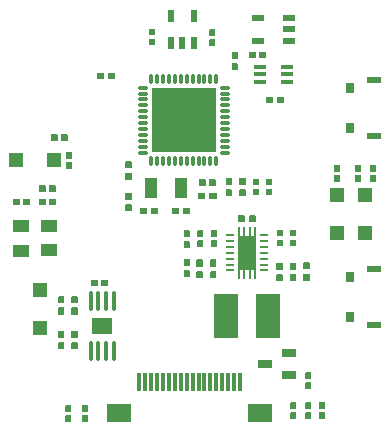
<source format=gtp>
G04 Layer: TopPasteMaskLayer*
G04 EasyEDA Pro v2.1.57.773a98f1.225d47, 2024-05-26 20:13:26*
G04 Gerber Generator version 0.3*
G04 Scale: 100 percent, Rotated: No, Reflected: No*
G04 Dimensions in millimeters*
G04 Leading zeros omitted, absolute positions, 3 integers and 5 decimals*
%FSLAX35Y35*%
%MOMM*%
%AMPolygonMacro1*4,1,28,0.58999,2.2,0.58999,1.42999,0.33,1.42999,0.33,2.2,0.13,2.2,0.13,1.42999,-0.13,1.42999,-0.13,2.2,-0.33,2.2,-0.33,1.42999,-0.58999,1.42999,-0.58999,2.2,-0.78999,2.2,-0.78999,-2.2,-0.58999,-2.2,-0.58999,-1.42999,-0.33,-1.42999,-0.33,-2.2,-0.13,-2.2,-0.13,-1.42999,0.13,-1.42999,0.13,-2.2,0.33,-2.2,0.33,-1.42999,0.58999,-1.42999,0.58999,-2.2,0.78999,-2.2,0.78999,2.2,0.58999,2.2,0*%
%AMOval*1,1,$1,$2,$3*1,1,$1,$4,$5*20,1,$1,$2,$3,$4,$5,0*%
%ADD10R,1.0X0.41999*%
%ADD11R,1.0X0.41999*%
%ADD12R,1.0X0.6*%
%ADD13R,2.0X1.6*%
%ADD14R,2.0X1.6*%
%ADD15R,0.29997X1.5*%
%ADD16R,0.53086X1.04394*%
%ADD17R,1.39954X1.0*%
%ADD18R,1.2X1.2*%
%ADD19R,0.8027X0.89916*%
%ADD20R,0.8001X0.89916*%
%ADD21R,1.19888X0.59944*%
%ADD22R,2.12344X3.82016*%
%ADD23R,0.7X0.25001*%
%ADD24R,0.7X0.25001*%
%ADD25PolygonMacro1*%
%ADD26Oval,0.36401X0.0X-0.649X0.0X0.649*%
%ADD27R,1.75999X1.42499*%
%ADD28R,1.25001X0.7*%
%ADD29R,1.04902X1.69926*%
%ADD30R,1.2X1.2*%
%ADD31O,0.2794X0.89916*%
%ADD32O,0.89916X0.2794*%
%ADD33R,5.4991X5.4991*%
%ADD34R,1.2X1.2*%
G75*


G04 PolygonModel Start*
G36*
G01X2677300Y-3593300D02*
G01X2631300Y-3593300D01*
G01X2627300Y-3589299D01*
G01Y-3539236D01*
G01X2631300Y-3535235D01*
G01X2677300D01*
G01X2681300Y-3539236D01*
G01Y-3589299D01*
G01X2677300Y-3593300D01*
G37*
G36*
G01X2677300Y-3620300D02*
G01X2631300Y-3620300D01*
G01X2627300Y-3624301D01*
G01Y-3674364D01*
G01X2631300Y-3678364D01*
G01X2677300D01*
G01X2681300Y-3674364D01*
G01Y-3624301D01*
G01X2677300Y-3620300D01*
G37*
G36*
G01X2118002Y-1950496D02*
G01X2073001Y-1950496D01*
G01X2068002Y-1943499D01*
G01Y-1895498D01*
G01X2073001Y-1890497D01*
G01X2118002D01*
G01X2123001Y-1895498D01*
G01Y-1943499D01*
G01X2118002Y-1950496D01*
G37*
G36*
G01X2118002Y-2046498D02*
G01X2073001Y-2046498D01*
G01X2068002Y-2041497D01*
G01Y-1993499D01*
G01X2073001Y-1986498D01*
G01X2118002D01*
G01X2123001Y-1993499D01*
G01Y-2041497D01*
G01X2118002Y-2046498D01*
G37*
G36*
G01X2232800Y-1955000D02*
G01X2186800Y-1955000D01*
G01X2182800Y-1950999D01*
G01Y-1900936D01*
G01X2186800Y-1896935D01*
G01X2232800D01*
G01X2236800Y-1900936D01*
G01Y-1950999D01*
G01X2232800Y-1955000D01*
G37*
G36*
G01X2232800Y-1982000D02*
G01X2186800Y-1982000D01*
G01X2182800Y-1986001D01*
G01Y-2036064D01*
G01X2186800Y-2040064D01*
G01X2232800D01*
G01X2236800Y-2036064D01*
G01Y-1986001D01*
G01X2232800Y-1982000D01*
G37*
G36*
G01X2301100Y-1982000D02*
G01X2347100Y-1982000D01*
G01X2351100Y-1986001D01*
G01Y-2036064D01*
G01X2347100Y-2040064D01*
G01X2301100D01*
G01X2297100Y-2036064D01*
G01Y-1986001D01*
G01X2301100Y-1982000D01*
G37*
G36*
G01X2301100Y-1955000D02*
G01X2347100Y-1955000D01*
G01X2351100Y-1950999D01*
G01Y-1900936D01*
G01X2347100Y-1896935D01*
G01X2301100D01*
G01X2297100Y-1900936D01*
G01Y-1950999D01*
G01X2301100Y-1955000D01*
G37*
G36*
G01X654133Y-3280407D02*
G01X699134Y-3280407D01*
G01X704133Y-3287405D01*
G01Y-3335406D01*
G01X699134Y-3340407D01*
G01X654133D01*
G01X649135Y-3335406D01*
G01Y-3287405D01*
G01X654133Y-3280407D01*
G37*
G36*
G01X654133Y-3184405D02*
G01X699134Y-3184405D01*
G01X704133Y-3189406D01*
G01Y-3237405D01*
G01X699134Y-3244405D01*
G01X654133D01*
G01X649135Y-3237405D01*
G01Y-3189406D01*
G01X654133Y-3184405D01*
G37*
G36*
G01X539833Y-3280407D02*
G01X584834Y-3280407D01*
G01X589833Y-3287405D01*
G01Y-3335406D01*
G01X584834Y-3340407D01*
G01X539833D01*
G01X534835Y-3335406D01*
G01Y-3287405D01*
G01X539833Y-3280407D01*
G37*
G36*
G01X539833Y-3184405D02*
G01X584834Y-3184405D01*
G01X589833Y-3189406D01*
G01Y-3237405D01*
G01X584834Y-3244405D01*
G01X539833D01*
G01X534835Y-3237405D01*
G01Y-3189406D01*
G01X539833Y-3184405D01*
G37*
G36*
G01X584837Y-2952300D02*
G01X539836Y-2952300D01*
G01X534837Y-2945302D01*
G01Y-2897301D01*
G01X539836Y-2892300D01*
G01X584837D01*
G01X589836Y-2897301D01*
G01Y-2945302D01*
G01X584837Y-2952300D01*
G37*
G36*
G01X584837Y-3048302D02*
G01X539836Y-3048302D01*
G01X534837Y-3043300D01*
G01Y-2995302D01*
G01X539836Y-2988302D01*
G01X584837D01*
G01X589836Y-2995302D01*
G01Y-3043300D01*
G01X584837Y-3048302D01*
G37*
G36*
G01X699137Y-2952300D02*
G01X654136Y-2952300D01*
G01X649137Y-2945302D01*
G01Y-2897301D01*
G01X654136Y-2892300D01*
G01X699137D01*
G01X704136Y-2897301D01*
G01Y-2945302D01*
G01X699137Y-2952300D01*
G37*
G36*
G01X699137Y-3048302D02*
G01X654136Y-3048302D01*
G01X649137Y-3043300D01*
G01Y-2995302D01*
G01X654136Y-2988302D01*
G01X699137D01*
G01X704136Y-2995302D01*
G01Y-3043300D01*
G01X699137Y-3048302D01*
G37*
G36*
G01X875500Y-2758300D02*
G01X875500Y-2804300D01*
G01X871499Y-2808300D01*
G01X821436D01*
G01X817436Y-2804300D01*
G01Y-2758300D01*
G01X821436Y-2754300D01*
G01X871499D01*
G01X875500Y-2758300D01*
G37*
G36*
G01X902500Y-2758300D02*
G01X902500Y-2804300D01*
G01X906501Y-2808300D01*
G01X956564D01*
G01X960565Y-2804300D01*
G01Y-2758300D01*
G01X956564Y-2754300D01*
G01X906501D01*
G01X902500Y-2758300D01*
G37*
G36*
G01X431000Y-1958200D02*
G01X431000Y-2004200D01*
G01X426999Y-2008200D01*
G01X376936D01*
G01X372936Y-2004200D01*
G01Y-1958200D01*
G01X376936Y-1954200D01*
G01X426999D01*
G01X431000Y-1958200D01*
G37*
G36*
G01X458000Y-1958200D02*
G01X458000Y-2004200D01*
G01X462001Y-2008200D01*
G01X512064D01*
G01X516065Y-2004200D01*
G01Y-1958200D01*
G01X512064Y-1954200D01*
G01X462001D01*
G01X458000Y-1958200D01*
G37*
G36*
G01X242100Y-2118500D02*
G01X242100Y-2072500D01*
G01X246101Y-2068500D01*
G01X296164D01*
G01X300165Y-2072500D01*
G01Y-2118500D01*
G01X296164Y-2122500D01*
G01X246101D01*
G01X242100Y-2118500D01*
G37*
G36*
G01X215100Y-2118500D02*
G01X215100Y-2072500D01*
G01X211099Y-2068500D01*
G01X161036D01*
G01X157036Y-2072500D01*
G01Y-2118500D01*
G01X161036Y-2122500D01*
G01X211099D01*
G01X215100Y-2118500D01*
G37*
G36*
G01X458000Y-2118500D02*
G01X458000Y-2072500D01*
G01X462001Y-2068500D01*
G01X512064D01*
G01X516065Y-2072500D01*
G01Y-2118500D01*
G01X512064Y-2122500D01*
G01X462001D01*
G01X458000Y-2118500D01*
G37*
G36*
G01X431000Y-2118500D02*
G01X431000Y-2072500D01*
G01X426999Y-2068500D01*
G01X376936D01*
G01X372936Y-2072500D01*
G01Y-2118500D01*
G01X376936Y-2122500D01*
G01X426999D01*
G01X431000Y-2118500D01*
G37*
G36*
G01X2918600Y-1840700D02*
G01X2872600Y-1840700D01*
G01X2868600Y-1836699D01*
G01Y-1786636D01*
G01X2872600Y-1782635D01*
G01X2918600D01*
G01X2922600Y-1786636D01*
G01Y-1836699D01*
G01X2918600Y-1840700D01*
G37*
G36*
G01X2918600Y-1867700D02*
G01X2872600Y-1867700D01*
G01X2868600Y-1871701D01*
G01Y-1921764D01*
G01X2872600Y-1925764D01*
G01X2918600D01*
G01X2922600Y-1921764D01*
G01Y-1871701D01*
G01X2918600Y-1867700D01*
G37*
G36*
G01X2504300Y-2413800D02*
G01X2550300Y-2413800D01*
G01X2554300Y-2417801D01*
G01Y-2467864D01*
G01X2550300Y-2471864D01*
G01X2504300D01*
G01X2500300Y-2467864D01*
G01Y-2417801D01*
G01X2504300Y-2413800D01*
G37*
G36*
G01X2504300Y-2386800D02*
G01X2550300Y-2386800D01*
G01X2554300Y-2382799D01*
G01Y-2332736D01*
G01X2550300Y-2328735D01*
G01X2504300D01*
G01X2500300Y-2332736D01*
G01Y-2382799D01*
G01X2504300Y-2386800D01*
G37*
G36*
G01X3177400Y-1867700D02*
G01X3223400Y-1867700D01*
G01X3227400Y-1871701D01*
G01Y-1921764D01*
G01X3223400Y-1925764D01*
G01X3177400D01*
G01X3173400Y-1921764D01*
G01Y-1871701D01*
G01X3177400Y-1867700D01*
G37*
G36*
G01X3177400Y-1840700D02*
G01X3223400Y-1840700D01*
G01X3227400Y-1836699D01*
G01Y-1786636D01*
G01X3223400Y-1782635D01*
G01X3177400D01*
G01X3173400Y-1786636D01*
G01Y-1836699D01*
G01X3177400Y-1840700D01*
G37*
G36*
G01X3096400Y-1840700D02*
G01X3050400Y-1840700D01*
G01X3046400Y-1836699D01*
G01Y-1786636D01*
G01X3050400Y-1782635D01*
G01X3096400D01*
G01X3100400Y-1786636D01*
G01Y-1836699D01*
G01X3096400Y-1840700D01*
G37*
G36*
G01X3096400Y-1867700D02*
G01X3050400Y-1867700D01*
G01X3046400Y-1871701D01*
G01Y-1921764D01*
G01X3050400Y-1925764D01*
G01X3096400D01*
G01X3100400Y-1921764D01*
G01Y-1871701D01*
G01X3096400Y-1867700D01*
G37*
G36*
G01X2434381Y-2669824D02*
G01X2389380Y-2669824D01*
G01X2384381Y-2662826D01*
G01Y-2614825D01*
G01X2389380Y-2609824D01*
G01X2434381D01*
G01X2439379Y-2614825D01*
G01Y-2662826D01*
G01X2434381Y-2669824D01*
G37*
G36*
G01X2434381Y-2765826D02*
G01X2389380Y-2765826D01*
G01X2384381Y-2760825D01*
G01Y-2712826D01*
G01X2389380Y-2705826D01*
G01X2434381D01*
G01X2439379Y-2712826D01*
G01Y-2760825D01*
G01X2434381Y-2765826D01*
G37*
G36*
G01X2662981Y-2666116D02*
G01X2617980Y-2666116D01*
G01X2612981Y-2659118D01*
G01Y-2611117D01*
G01X2617980Y-2606116D01*
G01X2662981D01*
G01X2667979Y-2611117D01*
G01Y-2659118D01*
G01X2662981Y-2666116D01*
G37*
G36*
G01X2662981Y-2762117D02*
G01X2617980Y-2762117D01*
G01X2612981Y-2757116D01*
G01Y-2709118D01*
G01X2617980Y-2702118D01*
G01X2662981D01*
G01X2667979Y-2709118D01*
G01Y-2757116D01*
G01X2662981Y-2762117D01*
G37*
G36*
G01X2548681Y-2669824D02*
G01X2503680Y-2669824D01*
G01X2498681Y-2662826D01*
G01Y-2614825D01*
G01X2503680Y-2609824D01*
G01X2548681D01*
G01X2553679Y-2614825D01*
G01Y-2662826D01*
G01X2548681Y-2669824D01*
G37*
G36*
G01X2548681Y-2765826D02*
G01X2503680Y-2765826D01*
G01X2498681Y-2760825D01*
G01Y-2712826D01*
G01X2503680Y-2705826D01*
G01X2548681D01*
G01X2553679Y-2712826D01*
G01Y-2760825D01*
G01X2548681Y-2765826D01*
G37*
G36*
G01X2115596Y-2212698D02*
G01X2115596Y-2257699D01*
G01X2108599Y-2262698D01*
G01X2060598D01*
G01X2055597Y-2257699D01*
G01Y-2212698D01*
G01X2060598Y-2207699D01*
G01X2108599D01*
G01X2115596Y-2212698D01*
G37*
G36*
G01X2211598Y-2212698D02*
G01X2211598Y-2257699D01*
G01X2206597Y-2262698D01*
G01X2158599D01*
G01X2151598Y-2257699D01*
G01Y-2212698D01*
G01X2158599Y-2207699D01*
G01X2206597D01*
G01X2211598Y-2212698D01*
G37*
G36*
G01X1831250Y-2420861D02*
G01X1877249Y-2420861D01*
G01X1881250Y-2424861D01*
G01Y-2474925D01*
G01X1877249Y-2478925D01*
G01X1831250D01*
G01X1827249Y-2474925D01*
G01Y-2424861D01*
G01X1831250Y-2420861D01*
G37*
G36*
G01X1831250Y-2393861D02*
G01X1877249Y-2393861D01*
G01X1881250Y-2389860D01*
G01Y-2339797D01*
G01X1877249Y-2335796D01*
G01X1831250D01*
G01X1827249Y-2339797D01*
G01Y-2389860D01*
G01X1831250Y-2393861D01*
G37*
G36*
G01X1716950Y-2420861D02*
G01X1762949Y-2420861D01*
G01X1766950Y-2424861D01*
G01Y-2474925D01*
G01X1762949Y-2478925D01*
G01X1716950D01*
G01X1712949Y-2474925D01*
G01Y-2424861D01*
G01X1716950Y-2420861D01*
G37*
G36*
G01X1716950Y-2393861D02*
G01X1762949Y-2393861D01*
G01X1766950Y-2389860D01*
G01Y-2339797D01*
G01X1762949Y-2335796D01*
G01X1716950D01*
G01X1712949Y-2339797D01*
G01Y-2389860D01*
G01X1716950Y-2393861D01*
G37*
G36*
G01X1648102Y-2636296D02*
G01X1603101Y-2636296D01*
G01X1598102Y-2629299D01*
G01Y-2581298D01*
G01X1603101Y-2576297D01*
G01X1648102D01*
G01X1653101Y-2581298D01*
G01Y-2629299D01*
G01X1648102Y-2636296D01*
G37*
G36*
G01X1648102Y-2732298D02*
G01X1603101Y-2732298D01*
G01X1598102Y-2727297D01*
G01Y-2679299D01*
G01X1603101Y-2672298D01*
G01X1648102D01*
G01X1653101Y-2679299D01*
G01Y-2727297D01*
G01X1648102Y-2732298D01*
G37*
G36*
G01X1757272Y-2641703D02*
G01X1712271Y-2641703D01*
G01X1707272Y-2634705D01*
G01Y-2586704D01*
G01X1712271Y-2581703D01*
G01X1757272D01*
G01X1762271Y-2586704D01*
G01Y-2634705D01*
G01X1757272Y-2641703D01*
G37*
G36*
G01X1757272Y-2737705D02*
G01X1712271Y-2737705D01*
G01X1707272Y-2732703D01*
G01Y-2684705D01*
G01X1712271Y-2677705D01*
G01X1757272D01*
G01X1762271Y-2684705D01*
G01Y-2732703D01*
G01X1757272Y-2737705D01*
G37*
G36*
G01X1871572Y-2641703D02*
G01X1826571Y-2641703D01*
G01X1821572Y-2634705D01*
G01Y-2586704D01*
G01X1826571Y-2581703D01*
G01X1871572D01*
G01X1876571Y-2586704D01*
G01Y-2634705D01*
G01X1871572Y-2641703D01*
G37*
G36*
G01X1871572Y-2737705D02*
G01X1826571Y-2737705D01*
G01X1821572Y-2732703D01*
G01Y-2684705D01*
G01X1826571Y-2677705D01*
G01X1871572D01*
G01X1876571Y-2684705D01*
G01Y-2732703D01*
G01X1871572Y-2737705D01*
G37*
G36*
G01X1603148Y-2429073D02*
G01X1648149Y-2429073D01*
G01X1653148Y-2436070D01*
G01Y-2484071D01*
G01X1648149Y-2489072D01*
G01X1603148D01*
G01X1598149Y-2484071D01*
G01Y-2436070D01*
G01X1603148Y-2429073D01*
G37*
G36*
G01X1603148Y-2333071D02*
G01X1648149Y-2333071D01*
G01X1653148Y-2338072D01*
G01Y-2386070D01*
G01X1648149Y-2393071D01*
G01X1603148D01*
G01X1598149Y-2386070D01*
G01Y-2338072D01*
G01X1603148Y-2333071D01*
G37*
G36*
G01X2550300Y-3847300D02*
G01X2504300Y-3847300D01*
G01X2500300Y-3843299D01*
G01Y-3793236D01*
G01X2504300Y-3789235D01*
G01X2550300D01*
G01X2554300Y-3793236D01*
G01Y-3843299D01*
G01X2550300Y-3847300D01*
G37*
G36*
G01X2550300Y-3874300D02*
G01X2504300Y-3874300D01*
G01X2500300Y-3878301D01*
G01Y-3928364D01*
G01X2504300Y-3932364D01*
G01X2550300D01*
G01X2554300Y-3928364D01*
G01Y-3878301D01*
G01X2550300Y-3874300D01*
G37*
G36*
G01X2677300Y-3847300D02*
G01X2631300Y-3847300D01*
G01X2627300Y-3843299D01*
G01Y-3793236D01*
G01X2631300Y-3789235D01*
G01X2677300D01*
G01X2681300Y-3793236D01*
G01Y-3843299D01*
G01X2677300Y-3847300D01*
G37*
G36*
G01X2677300Y-3874300D02*
G01X2631300Y-3874300D01*
G01X2627300Y-3878301D01*
G01Y-3928364D01*
G01X2631300Y-3932364D01*
G01X2677300D01*
G01X2681300Y-3928364D01*
G01Y-3878301D01*
G01X2677300Y-3874300D01*
G37*
G36*
G01X2791600Y-3847300D02*
G01X2745600Y-3847300D01*
G01X2741600Y-3843299D01*
G01Y-3793236D01*
G01X2745600Y-3789235D01*
G01X2791600D01*
G01X2795600Y-3793236D01*
G01Y-3843299D01*
G01X2791600Y-3847300D01*
G37*
G36*
G01X2791600Y-3874300D02*
G01X2745600Y-3874300D01*
G01X2741600Y-3878301D01*
G01Y-3928364D01*
G01X2745600Y-3932364D01*
G01X2791600D01*
G01X2795600Y-3928364D01*
G01Y-3878301D01*
G01X2791600Y-3874300D01*
G37*
G36*
G01X785000Y-3872700D02*
G01X739000Y-3872700D01*
G01X735000Y-3868699D01*
G01Y-3818636D01*
G01X739000Y-3814635D01*
G01X785000D01*
G01X789000Y-3818636D01*
G01Y-3868699D01*
G01X785000Y-3872700D01*
G37*
G36*
G01X785000Y-3899700D02*
G01X739000Y-3899700D01*
G01X735000Y-3903701D01*
G01Y-3953764D01*
G01X739000Y-3957764D01*
G01X785000D01*
G01X789000Y-3953764D01*
G01Y-3903701D01*
G01X785000Y-3899700D01*
G37*
G36*
G01X645300Y-3872700D02*
G01X599300Y-3872700D01*
G01X595300Y-3868699D01*
G01Y-3818636D01*
G01X599300Y-3814635D01*
G01X645300D01*
G01X649300Y-3818636D01*
G01Y-3868699D01*
G01X645300Y-3872700D01*
G37*
G36*
G01X645300Y-3899700D02*
G01X599300Y-3899700D01*
G01X595300Y-3903701D01*
G01Y-3953764D01*
G01X599300Y-3957764D01*
G01X645300D01*
G01X649300Y-3953764D01*
G01Y-3903701D01*
G01X645300Y-3899700D01*
G37*
G36*
G01X2356896Y-1209398D02*
G01X2356896Y-1254399D01*
G01X2349899Y-1259398D01*
G01X2301898D01*
G01X2296897Y-1254399D01*
G01Y-1209398D01*
G01X2301898Y-1204399D01*
G01X2349899D01*
G01X2356896Y-1209398D01*
G37*
G36*
G01X2452898Y-1209398D02*
G01X2452898Y-1254399D01*
G01X2447897Y-1259398D01*
G01X2399899D01*
G01X2392898Y-1254399D01*
G01Y-1209398D01*
G01X2399899Y-1204399D01*
G01X2447897D01*
G01X2452898Y-1209398D01*
G37*
G36*
G01X559600Y-1572400D02*
G01X559600Y-1526400D01*
G01X563601Y-1522400D01*
G01X613664D01*
G01X617665Y-1526400D01*
G01Y-1572400D01*
G01X613664Y-1576400D01*
G01X563601D01*
G01X559600Y-1572400D01*
G37*
G36*
G01X532600Y-1572400D02*
G01X532600Y-1526400D01*
G01X528599Y-1522400D01*
G01X478536D01*
G01X474536Y-1526400D01*
G01Y-1572400D01*
G01X478536Y-1576400D01*
G01X528599D01*
G01X532600Y-1572400D01*
G37*
G36*
G01X1556796Y-2149198D02*
G01X1556796Y-2194199D01*
G01X1549799Y-2199198D01*
G01X1501798D01*
G01X1496797Y-2194199D01*
G01Y-2149198D01*
G01X1501798Y-2144199D01*
G01X1549799D01*
G01X1556796Y-2149198D01*
G37*
G36*
G01X1652798Y-2149198D02*
G01X1652798Y-2194199D01*
G01X1647797Y-2199198D01*
G01X1599799D01*
G01X1592798Y-2194199D01*
G01Y-2149198D01*
G01X1599799Y-2144199D01*
G01X1647797D01*
G01X1652798Y-2149198D01*
G37*
G36*
G01X1326104Y-2194202D02*
G01X1326104Y-2149201D01*
G01X1333101Y-2144202D01*
G01X1381102D01*
G01X1386103Y-2149201D01*
G01Y-2194202D01*
G01X1381102Y-2199201D01*
G01X1333101D01*
G01X1326104Y-2194202D01*
G37*
G36*
G01X1230102Y-2194202D02*
G01X1230102Y-2149201D01*
G01X1235103Y-2144202D01*
G01X1283101D01*
G01X1290102Y-2149201D01*
G01Y-2194202D01*
G01X1283101Y-2199201D01*
G01X1235103D01*
G01X1230102Y-2194202D01*
G37*
G36*
G01X1817695Y-2067202D02*
G01X1817695Y-2022201D01*
G01X1824693Y-2017202D01*
G01X1872694D01*
G01X1877695Y-2022201D01*
G01Y-2067202D01*
G01X1872694Y-2072201D01*
G01X1824693D01*
G01X1817695Y-2067202D01*
G37*
G36*
G01X1721693Y-2067202D02*
G01X1721693Y-2022201D01*
G01X1726695Y-2017202D01*
G01X1774693D01*
G01X1781693Y-2022201D01*
G01Y-2067202D01*
G01X1774693Y-2072201D01*
G01X1726695D01*
G01X1721693Y-2067202D01*
G37*
G36*
G01X1784718Y-1907400D02*
G01X1784718Y-1953400D01*
G01X1780718Y-1957400D01*
G01X1730654D01*
G01X1726654Y-1953400D01*
G01Y-1907400D01*
G01X1730654Y-1903400D01*
G01X1780718D01*
G01X1784718Y-1907400D01*
G37*
G36*
G01X1811719Y-1907400D02*
G01X1811719Y-1953400D01*
G01X1815719Y-1957400D01*
G01X1865782D01*
G01X1869783Y-1953400D01*
G01Y-1907400D01*
G01X1865782Y-1903400D01*
G01X1815719D01*
G01X1811719Y-1907400D01*
G37*
G36*
G01X1107798Y-2113504D02*
G01X1152799Y-2113504D01*
G01X1157798Y-2120501D01*
G01Y-2168502D01*
G01X1152799Y-2173503D01*
G01X1107798D01*
G01X1102799Y-2168502D01*
G01Y-2120501D01*
G01X1107798Y-2113504D01*
G37*
G36*
G01X1107798Y-2017502D02*
G01X1152799Y-2017502D01*
G01X1157798Y-2022503D01*
G01Y-2070501D01*
G01X1152799Y-2077502D01*
G01X1107798D01*
G01X1102799Y-2070501D01*
G01Y-2022503D01*
G01X1107798Y-2017502D01*
G37*
G36*
G01X606819Y-1758582D02*
G01X652818Y-1758582D01*
G01X656819Y-1762582D01*
G01Y-1812646D01*
G01X652818Y-1816646D01*
G01X606819D01*
G01X602818Y-1812646D01*
G01Y-1762582D01*
G01X606819Y-1758582D01*
G37*
G36*
G01X606819Y-1731581D02*
G01X652818Y-1731581D01*
G01X656819Y-1727581D01*
G01Y-1677518D01*
G01X652818Y-1673517D01*
G01X606819D01*
G01X602818Y-1677518D01*
G01Y-1727581D01*
G01X606819Y-1731581D01*
G37*
G36*
G01X2209000Y-827900D02*
G01X2209000Y-873900D01*
G01X2204999Y-877900D01*
G01X2154936D01*
G01X2150936Y-873900D01*
G01Y-827900D01*
G01X2154936Y-823900D01*
G01X2204999D01*
G01X2209000Y-827900D01*
G37*
G36*
G01X2236000Y-827900D02*
G01X2236000Y-873900D01*
G01X2240001Y-877900D01*
G01X2290064D01*
G01X2294065Y-873900D01*
G01Y-827900D01*
G01X2290064Y-823900D01*
G01X2240001D01*
G01X2236000Y-827900D01*
G37*
G36*
G01X1107798Y-1846804D02*
G01X1152799Y-1846804D01*
G01X1157798Y-1853801D01*
G01Y-1901802D01*
G01X1152799Y-1906803D01*
G01X1107798D01*
G01X1102799Y-1901802D01*
G01Y-1853801D01*
G01X1107798Y-1846804D01*
G37*
G36*
G01X1107798Y-1750802D02*
G01X1152799Y-1750802D01*
G01X1157798Y-1755803D01*
G01Y-1803801D01*
G01X1152799Y-1810802D01*
G01X1107798D01*
G01X1102799Y-1803801D01*
G01Y-1755803D01*
G01X1107798Y-1750802D01*
G37*
G36*
G01X2054502Y-883696D02*
G01X2009501Y-883696D01*
G01X2004502Y-876699D01*
G01Y-828698D01*
G01X2009501Y-823697D01*
G01X2054502D01*
G01X2059501Y-828698D01*
G01Y-876699D01*
G01X2054502Y-883696D01*
G37*
G36*
G01X2054502Y-979698D02*
G01X2009501Y-979698D01*
G01X2004502Y-974697D01*
G01Y-926699D01*
G01X2009501Y-919698D01*
G01X2054502D01*
G01X2059501Y-926699D01*
G01Y-974697D01*
G01X2054502Y-979698D01*
G37*
G36*
G01X921796Y-1006198D02*
G01X921796Y-1051199D01*
G01X914799Y-1056198D01*
G01X866798D01*
G01X861797Y-1051199D01*
G01Y-1006198D01*
G01X866798Y-1001199D01*
G01X914799D01*
G01X921796Y-1006198D01*
G37*
G36*
G01X1017798Y-1006198D02*
G01X1017798Y-1051199D01*
G01X1012797Y-1056198D01*
G01X964799D01*
G01X957798Y-1051199D01*
G01Y-1006198D01*
G01X964799Y-1001199D01*
G01X1012797D01*
G01X1017798Y-1006198D01*
G37*
G36*
G01X1958698Y-1986504D02*
G01X2003699Y-1986504D01*
G01X2008698Y-1993501D01*
G01Y-2041502D01*
G01X2003699Y-2046503D01*
G01X1958698D01*
G01X1953699Y-2041502D01*
G01Y-1993501D01*
G01X1958698Y-1986504D01*
G37*
G36*
G01X1958698Y-1890502D02*
G01X2003699Y-1890502D01*
G01X2008698Y-1895503D01*
G01Y-1943501D01*
G01X2003699Y-1950502D01*
G01X1958698D01*
G01X1953699Y-1943501D01*
G01Y-1895503D01*
G01X1958698Y-1890502D01*
G37*
G36*
G01X1864500Y-690181D02*
G01X1818500Y-690181D01*
G01X1814500Y-686181D01*
G01Y-636118D01*
G01X1818500Y-632117D01*
G01X1864500D01*
G01X1868500Y-636118D01*
G01Y-686181D01*
G01X1864500Y-690181D01*
G37*
G36*
G01X1864500Y-717182D02*
G01X1818500Y-717182D01*
G01X1814500Y-721182D01*
G01Y-771246D01*
G01X1818500Y-775246D01*
G01X1864500D01*
G01X1868500Y-771246D01*
G01Y-721182D01*
G01X1864500Y-717182D01*
G37*
G36*
G01X1356500Y-685000D02*
G01X1310500Y-685000D01*
G01X1306500Y-680999D01*
G01Y-630936D01*
G01X1310500Y-626935D01*
G01X1356500D01*
G01X1360500Y-630936D01*
G01Y-680999D01*
G01X1356500Y-685000D01*
G37*
G36*
G01X1356500Y-712000D02*
G01X1310500Y-712000D01*
G01X1306500Y-716001D01*
G01Y-766064D01*
G01X1310500Y-770064D01*
G01X1356500D01*
G01X1360500Y-766064D01*
G01Y-716001D01*
G01X1356500Y-712000D01*
G37*
G36*
G01X2390000Y-2413800D02*
G01X2436000Y-2413800D01*
G01X2440000Y-2417801D01*
G01Y-2467864D01*
G01X2436000Y-2471864D01*
G01X2390000D01*
G01X2386000Y-2467864D01*
G01Y-2417801D01*
G01X2390000Y-2413800D01*
G37*
G36*
G01X2390000Y-2386800D02*
G01X2436000Y-2386800D01*
G01X2440000Y-2382799D01*
G01Y-2332736D01*
G01X2436000Y-2328735D01*
G01X2390000D01*
G01X2386000Y-2332736D01*
G01Y-2382799D01*
G01X2390000Y-2386800D01*
G37*
G04 PolygonModel End*

G04 Pad Start*
G54D10*
G01X2477199Y-951001D03*
G01X2477199Y-1016000D03*
G01X2477199Y-1080999D03*
G54D11*
G01X2247202Y-1080999D03*
G01X2247202Y-1016000D03*
G01X2247202Y-951001D03*
G54D12*
G01X2232190Y-729996D03*
G01X2232190Y-540004D03*
G01X2492210Y-540004D03*
G01X2492210Y-635000D03*
G01X2492210Y-729996D03*
G54D13*
G01X1055069Y-3883922D03*
G54D14*
G01X2244932Y-3883922D03*
G54D15*
G01X2075056Y-3616079D03*
G01X2025018Y-3616079D03*
G01X1974980Y-3616079D03*
G01X1925069Y-3616079D03*
G01X1875031Y-3616079D03*
G01X1825120Y-3616079D03*
G01X1775082Y-3616079D03*
G01X1725044Y-3616079D03*
G01X1675006Y-3616079D03*
G01X1624968Y-3616079D03*
G01X1575057Y-3616079D03*
G01X1525146Y-3616079D03*
G01X1475108Y-3616079D03*
G01X1425070Y-3616079D03*
G01X1375032Y-3616079D03*
G01X1324994Y-3616079D03*
G01X1274956Y-3616079D03*
G01X1225045Y-3616079D03*
G54D16*
G01X1492504Y-749808D03*
G01X1587500Y-749808D03*
G01X1682496Y-749808D03*
G01X1682496Y-520192D03*
G01X1492504Y-520192D03*
G54D17*
G01X457200Y-2505329D03*
G01X457200Y-2295271D03*
G54D18*
G01X2895600Y-2037093D03*
G01X2895600Y-2357107D03*
G54D20*
G01X3009924Y-2727026D03*
G01X3009924Y-3072974D03*
G54D21*
G01X3210076Y-2659970D03*
G01X3210076Y-3140030D03*
G54D18*
G01X3136900Y-2037093D03*
G01X3136900Y-2357107D03*
G54D22*
G01X1955800Y-3060700D03*
G01X2311400Y-3060700D03*
G54D23*
G01X1988865Y-2375207D03*
G01X1988865Y-2425219D03*
G01X1988865Y-2475232D03*
G01X1988865Y-2525219D03*
G01X1988865Y-2575232D03*
G54D24*
G01X2278882Y-2575232D03*
G01X2278882Y-2525219D03*
G01X2278882Y-2475232D03*
G01X2278882Y-2425219D03*
G01X2278882Y-2375207D03*
G54D23*
G01X1988865Y-2675231D03*
G01X1988865Y-2625219D03*
G01X2278882Y-2675231D03*
G01X2278882Y-2625219D03*
G54D25*
G01X2133876Y-2525216D03*
G54D26*
G01X1005445Y-2933988D03*
G01X940421Y-2933988D03*
G01X875422Y-2933988D03*
G01X810424Y-2933988D03*
G01X1005445Y-3360200D03*
G01X940421Y-3360200D03*
G01X875422Y-3360200D03*
G01X810424Y-3360200D03*
G54D27*
G01X907934Y-3147094D03*
G54D28*
G01X2487600Y-3562096D03*
G01X2487600Y-3372104D03*
G01X2287600Y-3467100D03*
G54D20*
G01X3009924Y-1127026D03*
G01X3009924Y-1472974D03*
G54D21*
G01X3210076Y-1059970D03*
G01X3210076Y-1540030D03*
G54D29*
G01X1320292Y-1981200D03*
G01X1575308Y-1981200D03*
G54D30*
G01X182893Y-1739900D03*
G01X502907Y-1739900D03*
G54D31*
G01X1324918Y-1747332D03*
G01X1374956Y-1747332D03*
G01X1424994Y-1747332D03*
G01X1475032Y-1747332D03*
G01X1525070Y-1747332D03*
G01X1575108Y-1747332D03*
G01X1624892Y-1747332D03*
G01X1674930Y-1747332D03*
G01X1724968Y-1747332D03*
G01X1775006Y-1747332D03*
G01X1825044Y-1747332D03*
G01X1875082Y-1747332D03*
G54D32*
G01X1944932Y-1677482D03*
G01X1944932Y-1627444D03*
G01X1944932Y-1577406D03*
G01X1944932Y-1527368D03*
G01X1944932Y-1477330D03*
G01X1944932Y-1427292D03*
G01X1944932Y-1377508D03*
G01X1944932Y-1327470D03*
G01X1944932Y-1277432D03*
G01X1944932Y-1227394D03*
G01X1944932Y-1177356D03*
G01X1944932Y-1127318D03*
G54D31*
G01X1875082Y-1057468D03*
G01X1825044Y-1057468D03*
G01X1775006Y-1057468D03*
G01X1724968Y-1057468D03*
G01X1674930Y-1057468D03*
G01X1624892Y-1057468D03*
G01X1575108Y-1057468D03*
G01X1525070Y-1057468D03*
G01X1475032Y-1057468D03*
G01X1424994Y-1057468D03*
G01X1374956Y-1057468D03*
G01X1324918Y-1057468D03*
G54D32*
G01X1255068Y-1127318D03*
G01X1255068Y-1177356D03*
G01X1255068Y-1227394D03*
G01X1255068Y-1277432D03*
G01X1255068Y-1327470D03*
G01X1255068Y-1377508D03*
G01X1255068Y-1427292D03*
G01X1255068Y-1477330D03*
G01X1255068Y-1527368D03*
G01X1255068Y-1577406D03*
G01X1255068Y-1627444D03*
G01X1255068Y-1677482D03*
G54D33*
G01X1600000Y-1402400D03*
G54D34*
G01X383838Y-3160664D03*
G01X383838Y-2840650D03*
G54D17*
G01X219554Y-2297135D03*
G01X219554Y-2507193D03*
G04 Pad End*

M02*

</source>
